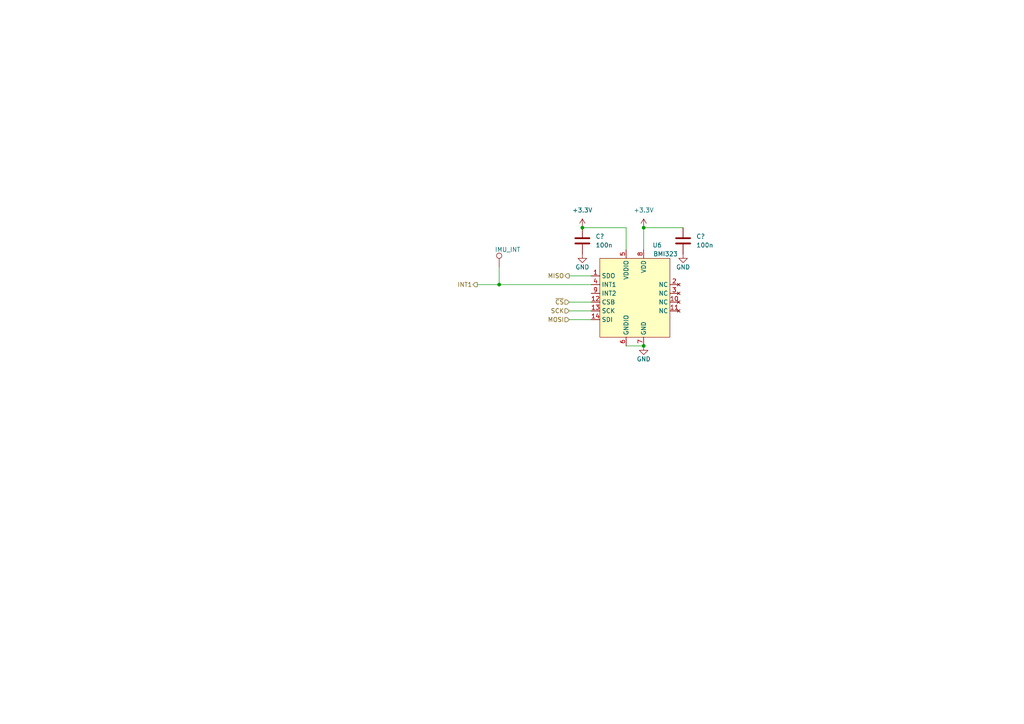
<source format=kicad_sch>
(kicad_sch (version 20230121) (generator eeschema)
  (paper "A4")
  (lib_symbols
    (symbol "Connector:TestPoint" (pin_numbers hide) (pin_names (offset 0.762) hide)
      (property "Reference" "TP" (at 0 6.858 0))
      (property "Value" "TestPoint" (at 0 5.08 0))
      (symbol "TestPoint_0_1"
        (circle (center 0 3.302) (radius 0.762))
      )
      (symbol "TestPoint_1_1"
        (pin passive line (at 0 0 90) (length 2.54) (name "1") (number "1"))
      )
    )
    (symbol "Device:C" (pin_numbers hide) (pin_names (offset 0.254))
      (property "Reference" "C" (at 0.635 2.54 0))
      (property "Value" "C" (at 0.635 -2.54 0))
      (symbol "C_0_1"
        (polyline (pts (xy -2.032 -0.762) (xy 2.032 -0.762)) (stroke (width 0.508)))
        (polyline (pts (xy -2.032 0.762) (xy 2.032 0.762)) (stroke (width 0.508)))
      )
      (symbol "C_1_1"
        (pin passive line (at 0 3.81 270) (length 2.794) (name "~") (number "1"))
        (pin passive line (at 0 -3.81 90) (length 2.794) (name "~") (number "2"))
      )
    )
    (symbol "Project:BMI323"
      (property "Reference" "U" (at 0 15.24 0))
      (symbol "BMI323_1_1"
        (rectangle (start -10.16 11.43) (end 10.16 -11.43) (fill (type background)))
        (pin output line (at -12.7 6.35 0) (length 2.54) (name "SDO") (number "1"))
        (pin no_connect line (at 12.7 -1.27 180) (length 2.54) (name "NC") (number "10"))
        (pin no_connect line (at 12.7 -3.81 180) (length 2.54) (name "NC") (number "11"))
        (pin input line (at -12.7 -1.27 0) (length 2.54) (name "CSB") (number "12"))
        (pin input line (at -12.7 -3.81 0) (length 2.54) (name "SCK") (number "13"))
        (pin input line (at -12.7 -6.35 0) (length 2.54) (name "SDI") (number "14"))
        (pin no_connect line (at 12.7 3.81 180) (length 2.54) (name "NC") (number "2"))
        (pin no_connect line (at 12.7 1.27 180) (length 2.54) (name "NC") (number "3"))
        (pin output line (at -12.7 3.81 0) (length 2.54) (name "INT1") (number "4"))
        (pin power_in line (at -2.54 13.97 270) (length 2.54) (name "VDDIO") (number "5"))
        (pin power_in line (at -2.54 -13.97 90) (length 2.54) (name "GNDIO") (number "6"))
        (pin power_in line (at 2.54 -13.97 90) (length 2.54) (name "GND") (number "7"))
        (pin power_in line (at 2.54 13.97 270) (length 2.54) (name "VDD") (number "8"))
        (pin output line (at -12.7 1.27 0) (length 2.54) (name "INT2") (number "9"))
      )
    )
    (symbol "power:+3.3V" (power) (pin_names (offset 0))
      (property "Value" "+3.3V" (at 0 3.556 0))
      (symbol "+3.3V_0_1"
        (polyline (pts (xy -0.762 1.27) (xy 0 2.54)))
        (polyline (pts (xy 0 0) (xy 0 2.54)))
        (polyline (pts (xy 0 2.54) (xy 0.762 1.27)))
      )
      (symbol "+3.3V_1_1"
        (pin power_in line (at 0 0 90) (length 0) hide (name "+3.3V") (number "1"))
      )
    )
    (symbol "power:GND" (power) (pin_names (offset 0))
      (property "Value" "GND" (at 0 -3.81 0))
      (symbol "GND_0_1"
        (polyline (pts (xy 0 0) (xy 0 -1.27) (xy 1.27 -1.27) (xy 0 -2.54) (xy -1.27 -1.27) (xy 0 -1.27)))
      )
      (symbol "GND_1_1"
        (pin power_in line (at 0 0 270) (length 0) hide (name "GND") (number "1"))
      )
    )
  )
  (junction (at 186.69 100.33))
  (junction (at 144.78 82.55))
  (junction (at 168.91 66.04))
  (junction (at 186.69 66.04))
  (wire (pts (xy 181.61 66.04) (xy 168.91 66.04)))
  (wire (pts (xy 144.78 82.55) (xy 171.45 82.55)))
  (wire (pts (xy 165.1 80.01) (xy 171.45 80.01)))
  (wire (pts (xy 165.1 90.17) (xy 171.45 90.17)))
  (wire (pts (xy 144.78 77.47) (xy 144.78 82.55)))
  (wire (pts (xy 181.61 100.33) (xy 186.69 100.33)))
  (wire (pts (xy 165.1 92.71) (xy 171.45 92.71)))
  (wire (pts (xy 138.43 82.55) (xy 144.78 82.55)))
  (wire (pts (xy 186.69 72.39) (xy 186.69 66.04)))
  (wire (pts (xy 186.69 66.04) (xy 198.12 66.04)))
  (wire (pts (xy 181.61 66.04) (xy 181.61 72.39)))
  (wire (pts (xy 165.1 87.63) (xy 171.45 87.63)))
  (hierarchical_label "MISO" (shape output) (at 165.1 80.01 180))
  (hierarchical_label "~{CS}" (shape input) (at 165.1 87.63 180))
  (hierarchical_label "MOSI" (shape input) (at 165.1 92.71 180))
  (hierarchical_label "INT1" (shape output) (at 138.43 82.55 180))
  (hierarchical_label "SCK" (shape input) (at 165.1 90.17 180))
  (symbol (lib_id "Device:C") (at 168.91 69.85 0) (unit 1)
    (property "Reference" "C?" (at 172.72 68.58 0) (effects (justify left)))
    (property "Value" "100n" (at 172.72 71.12 0) (effects (justify left)))
    (property "Footprint" "Capacitor_SMD:C_0603_1608Metric_Pad1.08x0.95mm_HandSolder" (effects hide))
    (instances (project "Nucleo_Backpack" (path "" (reference "C?") (unit 1)) (path "" (reference "C19") (unit 1))))
  )
  (symbol (lib_id "power:GND") (at 168.91 73.66 0) (unit 1)
    (property "Reference" "#PWR?" (effects hide))
    (property "Value" "GND" (at 168.91 77.47 0))
    (instances (project "Nucleo_Backpack" (path "" (reference "#PWR?") (unit 1)) (path "" (reference "#PWR044") (unit 1))))
  )
  (symbol (lib_id "Connector:TestPoint") (at 144.78 77.47 0) (unit 1)
    (property "Reference" "TP2" (effects hide))
    (property "Value" "IMU_INT" (at 143.51 72.39 0) (effects (justify left)))
    (property "Footprint" "TestPoint:TestPoint_THTPad_2.0x2.0mm_Drill1.0mm" (effects hide))
    (instances (project "Nucleo_Backpack" (path "" (reference "TP3") (unit 1)) (path "" (reference "TP11") (unit 1)) (path "" (reference "TP14") (unit 1)) (path "" (reference "TP14") (unit 1))))
  )
  (symbol (lib_id "power:GND") (at 186.69 100.33 0) (unit 1)
    (property "Reference" "#PWR?" (effects hide))
    (property "Value" "GND" (at 186.69 104.14 0))
    (instances (project "Nucleo_Backpack" (path "" (reference "#PWR?") (unit 1)) (path "" (reference "#PWR046") (unit 1))))
  )
  (symbol (lib_id "power:+3.3V") (at 168.91 66.04 0) (unit 1)
    (property "Reference" "#PWR?" (effects hide))
    (property "Value" "+3.3V" (at 168.91 60.96 0))
    (instances (project "Nucleo_Backpack" (path "" (reference "#PWR?") (unit 1)) (path "" (reference "#PWR043") (unit 1))))
  )
  (symbol (lib_id "Device:C") (at 198.12 69.85 0) (unit 1)
    (property "Reference" "C?" (at 201.93 68.58 0) (effects (justify left)))
    (property "Value" "100n" (at 201.93 71.12 0) (effects (justify left)))
    (property "Footprint" "Capacitor_SMD:C_0603_1608Metric_Pad1.08x0.95mm_HandSolder" (effects hide))
    (instances (project "Nucleo_Backpack" (path "" (reference "C?") (unit 1)) (path "" (reference "C20") (unit 1))))
  )
  (symbol (lib_id "Project:BMI323") (at 184.15 86.36 0) (unit 1)
    (property "Reference" "U6" (at 189.23 71.12 0) (effects (justify left)))
    (property "Value" "BMI323" (at 193.04 73.66 0))
    (property "Footprint" "Package_LGA:Bosch_LGA-14_3x2.5mm_P0.5mm" (effects hide))
  )
  (symbol (lib_id "power:+3.3V") (at 186.69 66.04 0) (unit 1)
    (property "Reference" "#PWR?" (effects hide))
    (property "Value" "+3.3V" (at 186.69 60.96 0))
    (instances (project "Nucleo_Backpack" (path "" (reference "#PWR?") (unit 1)) (path "" (reference "#PWR045") (unit 1))))
  )
  (symbol (lib_id "power:GND") (at 198.12 73.66 0) (unit 1)
    (property "Reference" "#PWR?" (effects hide))
    (property "Value" "GND" (at 198.12 77.47 0))
    (instances (project "Nucleo_Backpack" (path "" (reference "#PWR?") (unit 1)) (path "" (reference "#PWR047") (unit 1))))
  )
)
</source>
